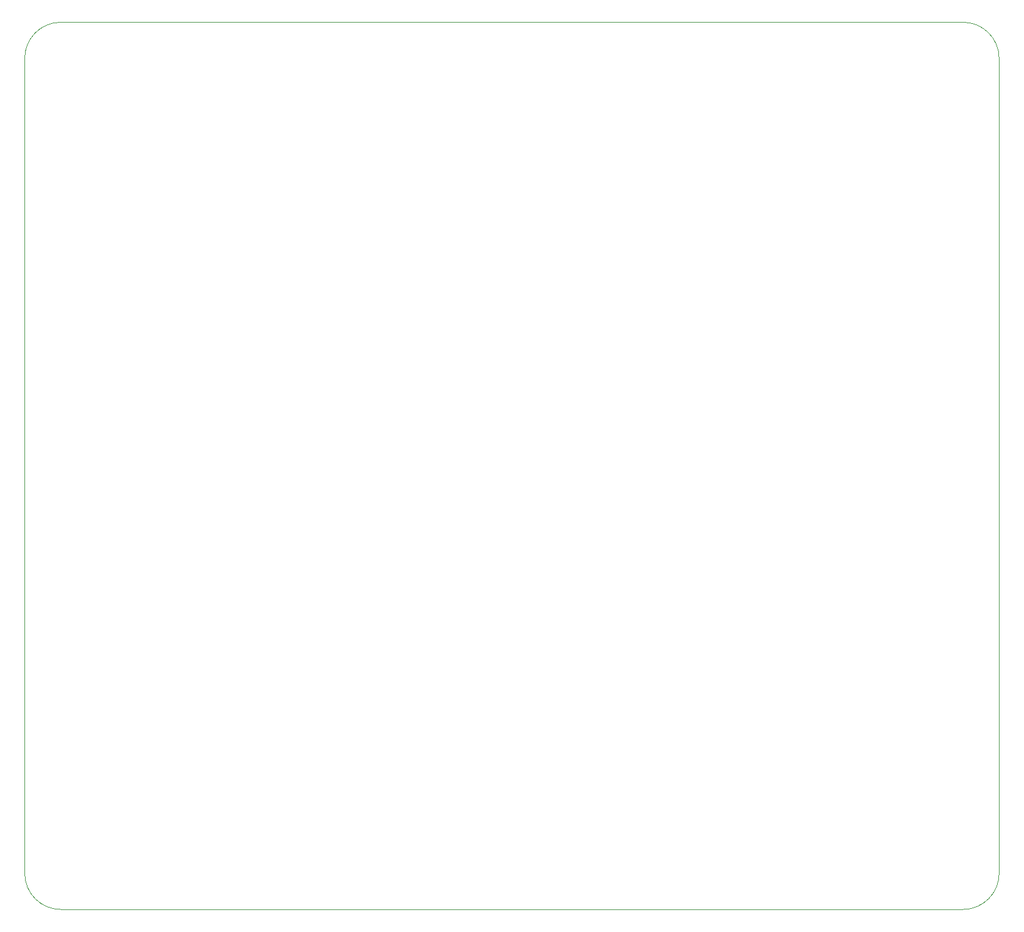
<source format=gko>
G04 #@! TF.GenerationSoftware,KiCad,Pcbnew,8.0.2-8.0.2-0~ubuntu22.04.1*
G04 #@! TF.CreationDate,2024-05-17T15:47:32+00:00*
G04 #@! TF.ProjectId,uaefi,75616566-692e-46b6-9963-61645f706362,C*
G04 #@! TF.SameCoordinates,Original*
G04 #@! TF.FileFunction,Profile,NP*
%FSLAX46Y46*%
G04 Gerber Fmt 4.6, Leading zero omitted, Abs format (unit mm)*
G04 Created by KiCad (PCBNEW 8.0.2-8.0.2-0~ubuntu22.04.1) date 2024-05-17 15:47:32*
%MOMM*%
%LPD*%
G01*
G04 APERTURE LIST*
G04 #@! TA.AperFunction,Profile*
%ADD10C,0.100000*%
G04 #@! TD*
G04 APERTURE END LIST*
D10*
X5000000Y0D02*
G75*
G02*
X0Y5000000I0J5000000D01*
G01*
X0Y117992000D02*
G75*
G02*
X5000000Y122992000I5000000J0D01*
G01*
X135025000Y5000000D02*
G75*
G02*
X130025000Y0I-5000000J0D01*
G01*
X130025000Y122992000D02*
X5000000Y122992000D01*
X130025000Y122992000D02*
G75*
G02*
X135025000Y117992000I0J-5000000D01*
G01*
X0Y117992000D02*
X0Y5000000D01*
X135025000Y5000000D02*
X135025000Y117992000D01*
X5000000Y0D02*
X130025000Y0D01*
M02*

</source>
